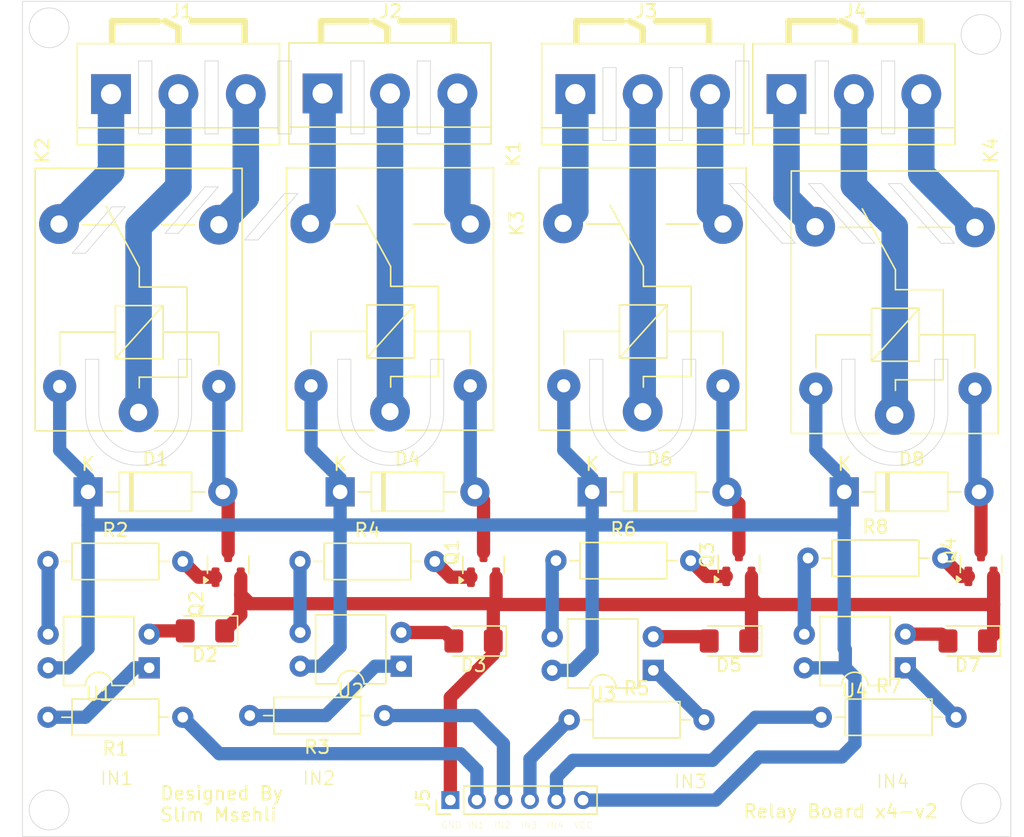
<source format=kicad_pcb>
(kicad_pcb (version 20240108) (generator "pcbnew") (generator_version "8.0")
  (layers (0 "F.Cu" signal) (31 "B.Cu" signal) (34 "B.Paste" user) (35 "F.Paste" user) (36 "B.SilkS" user "B.Silkscreen") (37 "F.SilkS" user "F.Silkscreen") (38 "B.Mask" user) (39 "F.Mask" user) (44 "Edge.Cuts" user))
  (net 0 "")
  (net 1 "Net-(D1-A)")
  (net 2 "VCC")
  (net 3 "Net-(D2-A)")
  (net 4 "GND")
  (net 5 "Net-(D3-A)")
  (net 6 "Net-(D4-A)")
  (net 7 "Net-(D5-A)")
  (net 8 "Net-(D6-A)")
  (net 9 "Net-(D7-A)")
  (net 10 "Net-(D8-A)")
  (net 11 "/AC1_CLOSE")
  (net 12 "/AC1_IN")
  (net 13 "/AC1_OPEN")
  (net 14 "/AC2_IN")
  (net 15 "/AC2_CLOSE")
  (net 16 "/AC2_OPEN")
  (net 17 "/AC3_IN")
  (net 18 "/AC3_OPEN")
  (net 19 "/AC3_CLOSE")
  (net 20 "/AC4_OPEN")
  (net 21 "/AC4_IN")
  (net 22 "/AC4_CLOSE")
  (net 23 "/IN1")
  (net 24 "/IN4")
  (net 25 "/IN3")
  (net 26 "/IN2")
  (net 27 "Net-(Q1-B)")
  (net 28 "Net-(Q2-B)")
  (net 29 "Net-(Q3-B)")
  (net 30 "Net-(Q4-B)")
  (net 31 "Net-(R1-Pad2)")
  (net 32 "Net-(R2-Pad1)")
  (net 33 "Net-(R3-Pad2)")
  (net 34 "Net-(R4-Pad1)")
  (net 35 "Net-(R5-Pad2)")
  (net 36 "Net-(R6-Pad1)")
  (net 37 "Net-(R7-Pad2)")
  (net 38 "Net-(R8-Pad1)")
  (footprint "Resistor_THT:R_Axial_DIN0207_L6.3mm_D2.5mm_P10.16mm_Horizontal" (layer "F.Cu") (at 106.375 83.815)
    (property "Reference" "R4" (at 5.08 -2.37 0) (layer "F.SilkS"))
    (property "Value" "510R")
    (pad "1" thru_hole circle (at 0 0) (size 1.6 1.6) (drill 0.8) (layers "*.Cu" "*.Mask") (net 34 "Net-(R4-Pad1)"))
    (pad "2" thru_hole oval (at 10.16 0) (size 1.6 1.6) (drill 0.8) (layers "*.Cu" "*.Mask") (net 27 "Net-(Q1-B)"))
  )
  (footprint "LED_SMD:LED_1206_3216Metric_Pad1.42x1.75mm_HandSolder" (layer "F.Cu") (at 119.455 89.815 180)
    (property "Reference" "D3" (at 0 -1.82 0) (layer "F.SilkS"))
    (property "Value" "LED")
    (pad "1" smd roundrect (at -1.4875 0 180) (size 1.425 1.75) (layers "F.Cu" "F.Paste" "F.Mask") (roundrect_rratio 0.175439) (net 4 "GND"))
    (pad "2" smd roundrect (at 1.4875 0 180) (size 1.425 1.75) (layers "F.Cu" "F.Paste" "F.Mask") (roundrect_rratio 0.175439) (net 5 "Net-(D3-A)"))
  )
  (footprint "LED_SMD:LED_1206_3216Metric_Pad1.42x1.75mm_HandSolder" (layer "F.Cu") (at 156.705 89.815 180)
    (property "Reference" "D7" (at 0 -1.82 0) (layer "F.SilkS"))
    (property "Value" "LED")
    (pad "1" smd roundrect (at -1.4875 0 180) (size 1.425 1.75) (layers "F.Cu" "F.Paste" "F.Mask") (roundrect_rratio 0.175439) (net 4 "GND"))
    (pad "2" smd roundrect (at 1.4875 0 180) (size 1.425 1.75) (layers "F.Cu" "F.Paste" "F.Mask") (roundrect_rratio 0.175439) (net 9 "Net-(D7-A)"))
  )
  (footprint "TerminalBlock:TerminalBlock_bornier-3_P5.08mm" (layer "F.Cu") (at 108.075 48.515)
    (property "Reference" "J2" (at 5.13 -6.2 0) (layer "F.SilkS"))
    (property "Value" "Conn_01x03_Pin")
    (pad "1" thru_hole rect (at 0 0) (size 3 3) (drill 1.52) (layers "*.Cu" "*.Mask") (net 15 "/AC2_CLOSE"))
    (pad "2" thru_hole circle (at 5.08 0) (size 3 3) (drill 1.52) (layers "*.Cu" "*.Mask") (net 14 "/AC2_IN"))
    (pad "3" thru_hole circle (at 10.16 0) (size 3 3) (drill 1.52) (layers "*.Cu" "*.Mask") (net 16 "/AC2_OPEN"))
  )
  (footprint "Package_TO_SOT_SMD:SOT-23" (layer "F.Cu") (at 120.205 84.065 90)
    (property "Reference" "Q1" (at 0.9375 -2.4 90) (layer "F.SilkS"))
    (property "Value" "BC817")
    (pad "1" smd roundrect (at -0.9375 -0.95 90) (size 1.475 0.6) (layers "F.Cu" "F.Paste" "F.Mask") (net 27 "Net-(Q1-B)"))
    (pad "2" smd roundrect (at -0.9375 0.95 90) (size 1.475 0.6) (layers "F.Cu" "F.Paste" "F.Mask") (net 4 "GND"))
    (pad "3" smd roundrect (at 0.9375 0 90) (size 1.475 0.6) (layers "F.Cu" "F.Paste" "F.Mask") (net 6 "Net-(D4-A)"))
  )
  (footprint "Resistor_THT:R_Axial_DIN0207_L6.3mm_D2.5mm_P10.16mm_Horizontal" (layer "F.Cu") (at 125.665 83.755)
    (property "Reference" "R6" (at 5.08 -2.37 0) (layer "F.SilkS"))
    (property "Value" "510R")
    (pad "1" thru_hole circle (at 0 0) (size 1.6 1.6) (drill 0.8) (layers "*.Cu" "*.Mask") (net 36 "Net-(R6-Pad1)"))
    (pad "2" thru_hole oval (at 10.16 0) (size 1.6 1.6) (drill 0.8) (layers "*.Cu" "*.Mask") (net 29 "Net-(Q3-B)"))
  )
  (footprint "Package_DIP:DIP-4_W7.62mm" (layer "F.Cu") (at 152.005 91.84 180)
    (property "Reference" "U4" (at 3.81 -1.725 0) (layer "F.SilkS"))
    (property "Value" "PC817")
    (pad "1" thru_hole rect (at 0 0 180) (size 1.6 1.6) (drill 0.8) (layers "*.Cu" "*.Mask") (net 37 "Net-(R7-Pad2)"))
    (pad "2" thru_hole oval (at 0 2.54 180) (size 1.6 1.6) (drill 0.8) (layers "*.Cu" "*.Mask") (net 9 "Net-(D7-A)"))
    (pad "3" thru_hole oval (at 7.62 2.54 180) (size 1.6 1.6) (drill 0.8) (layers "*.Cu" "*.Mask") (net 38 "Net-(R8-Pad1)"))
    (pad "4" thru_hole oval (at 7.62 0 180) (size 1.6 1.6) (drill 0.8) (layers "*.Cu" "*.Mask") (net 2 "VCC"))
  )
  (footprint "TerminalBlock:TerminalBlock_bornier-3_P5.08mm" (layer "F.Cu") (at 92.125 48.565)
    (property "Reference" "J1" (at 5.33 -6.25 0) (layer "F.SilkS"))
    (property "Value" "Conn_01x03_Pin")
    (pad "1" thru_hole rect (at 0 0) (size 3 3) (drill 1.52) (layers "*.Cu" "*.Mask") (net 11 "/AC1_CLOSE"))
    (pad "2" thru_hole circle (at 5.08 0) (size 3 3) (drill 1.52) (layers "*.Cu" "*.Mask") (net 12 "/AC1_IN"))
    (pad "3" thru_hole circle (at 10.16 0) (size 3 3) (drill 1.52) (layers "*.Cu" "*.Mask") (net 13 "/AC1_OPEN"))
  )
  (footprint "Relay_THT:Relay_SPDT_SANYOU_SRD_Series_Form_C" (layer "F.Cu") (at 132.205 72.515 90)
    (property "Reference" "K3" (at 14.2 -9.5 90) (layer "F.SilkS"))
    (property "Value" "SANYOU_SRD_Form_C")
    (pad "1" thru_hole circle (at 0 0 180) (size 3 3) (drill 1.3) (layers "*.Cu" "*.Mask") (net 17 "/AC3_IN"))
    (pad "2" thru_hole circle (at 1.95 6.05 180) (size 2.5 2.5) (drill 1) (layers "*.Cu" "*.Mask") (net 8 "Net-(D6-A)"))
    (pad "3" thru_hole circle (at 14.15 6.05 180) (size 3 3) (drill 1.3) (layers "*.Cu" "*.Mask") (net 18 "/AC3_OPEN"))
    (pad "4" thru_hole circle (at 14.2 -6 180) (size 3 3) (drill 1.3) (layers "*.Cu" "*.Mask") (net 19 "/AC3_CLOSE"))
    (pad "5" thru_hole circle (at 1.95 -5.95 180) (size 2.5 2.5) (drill 1) (layers "*.Cu" "*.Mask") (net 2 "VCC"))
  )
  (footprint "TerminalBlock:TerminalBlock_bornier-3_P5.08mm" (layer "F.Cu") (at 143.045 48.565)
    (property "Reference" "J4" (at 5.16 -6.25 0) (layer "F.SilkS"))
    (property "Value" "Conn_01x03_Pin")
    (pad "1" thru_hole rect (at 0 0) (size 3 3) (drill 1.52) (layers "*.Cu" "*.Mask") (net 22 "/AC4_CLOSE"))
    (pad "2" thru_hole circle (at 5.08 0) (size 3 3) (drill 1.52) (layers "*.Cu" "*.Mask") (net 21 "/AC4_IN"))
    (pad "3" thru_hole circle (at 10.16 0) (size 3 3) (drill 1.52) (layers "*.Cu" "*.Mask") (net 20 "/AC4_OPEN"))
  )
  (footprint "TerminalBlock:TerminalBlock_bornier-3_P5.08mm" (layer "F.Cu") (at 127.125 48.565)
    (property "Reference" "J3" (at 5.33 -6.25 0) (layer "F.SilkS"))
    (property "Value" "Conn_01x03_Pin")
    (pad "1" thru_hole rect (at 0 0) (size 3 3) (drill 1.52) (layers "*.Cu" "*.Mask") (net 19 "/AC3_CLOSE"))
    (pad "2" thru_hole circle (at 5.08 0) (size 3 3) (drill 1.52) (layers "*.Cu" "*.Mask") (net 17 "/AC3_IN"))
    (pad "3" thru_hole circle (at 10.16 0) (size 3 3) (drill 1.52) (layers "*.Cu" "*.Mask") (net 18 "/AC3_OPEN"))
  )
  (footprint "Package_TO_SOT_SMD:SOT-23" (layer "F.Cu") (at 157.705 84.0025 90)
    (property "Reference" "Q4" (at 1 -2.4 90) (layer "F.SilkS"))
    (property "Value" "BC817")
    (pad "1" smd roundrect (at -0.9375 -0.95 90) (size 1.475 0.6) (layers "F.Cu" "F.Paste" "F.Mask") (net 30 "Net-(Q4-B)"))
    (pad "2" smd roundrect (at -0.9375 0.95 90) (size 1.475 0.6) (layers "F.Cu" "F.Paste" "F.Mask") (net 4 "GND"))
    (pad "3" smd roundrect (at 0.9375 0 90) (size 1.475 0.6) (layers "F.Cu" "F.Paste" "F.Mask") (net 10 "Net-(D8-A)"))
  )
  (footprint "Diode_THT:D_DO-41_SOD81_P10.16mm_Horizontal" (layer "F.Cu") (at 109.395 78.565)
    (property "Reference" "D4" (at 5.08 -2.47 0) (layer "F.SilkS"))
    (property "Value" "1N4007")
    (fp_text user "K" (at 0 -2.1 0) (layer "F.SilkS"))
    (pad "1" thru_hole rect (at 0 0) (size 2.2 2.2) (drill 1.1) (layers "*.Cu" "*.Mask") (net 2 "VCC"))
    (pad "2" thru_hole oval (at 10.16 0) (size 2.2 2.2) (drill 1.1) (layers "*.Cu" "*.Mask") (net 6 "Net-(D4-A)"))
  )
  (footprint "Diode_THT:D_DO-41_SOD81_P10.16mm_Horizontal" (layer "F.Cu") (at 147.395 78.565)
    (property "Reference" "D8" (at 5.08 -2.47 0) (layer "F.SilkS"))
    (property "Value" "1N4007")
    (fp_text user "K" (at 0 -2.1 0) (layer "F.SilkS"))
    (pad "1" thru_hole rect (at 0 0) (size 2.2 2.2) (drill 1.1) (layers "*.Cu" "*.Mask") (net 2 "VCC"))
    (pad "2" thru_hole oval (at 10.16 0) (size 2.2 2.2) (drill 1.1) (layers "*.Cu" "*.Mask") (net 10 "Net-(D8-A)"))
  )
  (footprint "Resistor_THT:R_Axial_DIN0207_L6.3mm_D2.5mm_P10.16mm_Horizontal" (layer "F.Cu") (at 144.665 83.565)
    (property "Reference" "R8" (at 5.08 -2.37 0) (layer "F.SilkS"))
    (property "Value" "510R")
    (pad "1" thru_hole circle (at 0 0) (size 1.6 1.6) (drill 0.8) (layers "*.Cu" "*.Mask") (net 38 "Net-(R8-Pad1)"))
    (pad "2" thru_hole oval (at 10.16 0) (size 1.6 1.6) (drill 0.8) (layers "*.Cu" "*.Mask") (net 30 "Net-(Q4-B)"))
  )
  (footprint "Resistor_THT:R_Axial_DIN0207_L6.3mm_D2.5mm_P10.16mm_Horizontal" (layer "F.Cu") (at 97.535 95.565 180)
    (property "Reference" "R1" (at 5.08 -2.37 0) (layer "F.SilkS"))
    (property "Value" "1K")
    (pad "1" thru_hole circle (at 0 0 180) (size 1.6 1.6) (drill 0.8) (layers "*.Cu" "*.Mask") (net 23 "/IN1"))
    (pad "2" thru_hole oval (at 10.16 0 180) (size 1.6 1.6) (drill 0.8) (layers "*.Cu" "*.Mask") (net 31 "Net-(R1-Pad2)"))
  )
  (footprint "LED_SMD:LED_1206_3216Metric_Pad1.42x1.75mm_HandSolder" (layer "F.Cu") (at 138.705 89.815 180)
    (property "Reference" "D5" (at 0 -1.82 0) (layer "F.SilkS"))
    (property "Value" "LED")
    (pad "1" smd roundrect (at -1.4875 0 180) (size 1.425 1.75) (layers "F.Cu" "F.Paste" "F.Mask") (roundrect_rratio 0.175439) (net 4 "GND"))
    (pad "2" smd roundrect (at 1.4875 0 180) (size 1.425 1.75) (layers "F.Cu" "F.Paste" "F.Mask") (roundrect_rratio 0.175439) (net 7 "Net-(D5-A)"))
  )
  (footprint "Resistor_THT:R_Axial_DIN0207_L6.3mm_D2.5mm_P10.16mm_Horizontal" (layer "F.Cu") (at 87.375 83.815)
    (property "Reference" "R2" (at 5.08 -2.37 0) (layer "F.SilkS"))
    (property "Value" "510R")
    (pad "1" thru_hole circle (at 0 0) (size 1.6 1.6) (drill 0.8) (layers "*.Cu" "*.Mask") (net 32 "Net-(R2-Pad1)"))
    (pad "2" thru_hole oval (at 10.16 0) (size 1.6 1.6) (drill 0.8) (layers "*.Cu" "*.Mask") (net 28 "Net-(Q2-B)"))
  )
  (footprint "Resistor_THT:R_Axial_DIN0207_L6.3mm_D2.5mm_P10.16mm_Horizontal" (layer "F.Cu") (at 126.665 95.755)
    (property "Reference" "R5" (at 5.08 -2.37 0) (layer "F.SilkS"))
    (property "Value" "1K")
    (pad "1" thru_hole circle (at 0 0) (size 1.6 1.6) (drill 0.8) (layers "*.Cu" "*.Mask") (net 25 "/IN3"))
    (pad "2" thru_hole oval (at 10.16 0) (size 1.6 1.6) (drill 0.8) (layers "*.Cu" "*.Mask") (net 35 "Net-(R5-Pad2)"))
  )
  (footprint "Relay_THT:Relay_SPDT_SANYOU_SRD_Series_Form_C" (layer "F.Cu") (at 94.205 72.565 90)
    (property "Reference" "K2" (at 19.75 -7.25 90) (layer "F.SilkS"))
    (property "Value" "SANYOU_SRD_Form_C")
    (pad "1" thru_hole circle (at 0 0 180) (size 3 3) (drill 1.3) (layers "*.Cu" "*.Mask") (net 12 "/AC1_IN"))
    (pad "2" thru_hole circle (at 1.95 6.05 180) (size 2.5 2.5) (drill 1) (layers "*.Cu" "*.Mask") (net 1 "Net-(D1-A)"))
    (pad "3" thru_hole circle (at 14.15 6.05 180) (size 3 3) (drill 1.3) (layers "*.Cu" "*.Mask") (net 13 "/AC1_OPEN"))
    (pad "4" thru_hole circle (at 14.2 -6 180) (size 3 3) (drill 1.3) (layers "*.Cu" "*.Mask") (net 11 "/AC1_CLOSE"))
    (pad "5" thru_hole circle (at 1.95 -5.95 180) (size 2.5 2.5) (drill 1) (layers "*.Cu" "*.Mask") (net 2 "VCC"))
  )
  (footprint "Package_DIP:DIP-4_W7.62mm" (layer "F.Cu") (at 114.005 91.715 180)
    (property "Reference" "U2" (at 3.81 -1.85 0) (layer "F.SilkS"))
    (property "Value" "PC817")
    (pad "1" thru_hole rect (at 0 0 180) (size 1.6 1.6) (drill 0.8) (layers "*.Cu" "*.Mask") (net 33 "Net-(R3-Pad2)"))
    (pad "2" thru_hole oval (at 0 2.54 180) (size 1.6 1.6) (drill 0.8) (layers "*.Cu" "*.Mask") (net 5 "Net-(D3-A)"))
    (pad "3" thru_hole oval (at 7.62 2.54 180) (size 1.6 1.6) (drill 0.8) (layers "*.Cu" "*.Mask") (net 34 "Net-(R4-Pad1)"))
    (pad "4" thru_hole oval (at 7.62 0 180) (size 1.6 1.6) (drill 0.8) (layers "*.Cu" "*.Mask") (net 2 "VCC"))
  )
  (footprint "Diode_THT:D_DO-41_SOD81_P10.16mm_Horizontal" (layer "F.Cu") (at 128.395 78.565)
    (property "Reference" "D6" (at 5.08 -2.47 0) (layer "F.SilkS"))
    (property "Value" "1N4007")
    (fp_text user "K" (at 0 -2.1 0) (layer "F.SilkS"))
    (pad "1" thru_hole rect (at 0 0) (size 2.2 2.2) (drill 1.1) (layers "*.Cu" "*.Mask") (net 2 "VCC"))
    (pad "2" thru_hole oval (at 10.16 0) (size 2.2 2.2) (drill 1.1) (layers "*.Cu" "*.Mask") (net 8 "Net-(D6-A)"))
  )
  (footprint "Relay_THT:Relay_SPDT_SANYOU_SRD_Series_Form_C" (layer "F.Cu") (at 113.155 72.515 90)
    (property "Reference" "K1" (at 19.45 9.3 90) (layer "F.SilkS"))
    (property "Value" "SANYOU_SRD_Form_C")
    (pad "1" thru_hole circle (at 0 0 180) (size 3 3) (drill 1.3) (layers "*.Cu" "*.Mask") (net 14 "/AC2_IN"))
    (pad "2" thru_hole circle (at 1.95 6.05 180) (size 2.5 2.5) (drill 1) (layers "*.Cu" "*.Mask") (net 6 "Net-(D4-A)"))
    (pad "3" thru_hole circle (at 14.15 6.05 180) (size 3 3) (drill 1.3) (layers "*.Cu" "*.Mask") (net 16 "/AC2_OPEN"))
    (pad "4" thru_hole circle (at 14.2 -6 180) (size 3 3) (drill 1.3) (layers "*.Cu" "*.Mask") (net 15 "/AC2_CLOSE"))
    (pad "5" thru_hole circle (at 1.95 -5.95 180) (size 2.5 2.5) (drill 1) (layers "*.Cu" "*.Mask") (net 2 "VCC"))
  )
  (footprint "LED_SMD:LED_1206_3216Metric_Pad1.42x1.75mm_HandSolder" (layer "F.Cu") (at 99.205 89.0525 180)
    (property "Reference" "D2" (at 0 -1.82 0) (layer "F.SilkS"))
    (property "Value" "LED")
    (pad "1" smd roundrect (at -1.4875 0 180) (size 1.425 1.75) (layers "F.Cu" "F.Paste" "F.Mask") (roundrect_rratio 0.175439) (net 4 "GND"))
    (pad "2" smd roundrect (at 1.4875 0 180) (size 1.425 1.75) (layers "F.Cu" "F.Paste" "F.Mask") (roundrect_rratio 0.175439) (net 3 "Net-(D2-A)"))
  )
  (footprint "Resistor_THT:R_Axial_DIN0207_L6.3mm_D2.5mm_P10.16mm_Horizontal" (layer "F.Cu") (at 145.665 95.565)
    (property "Reference" "R7" (at 5.08 -2.37 0) (layer "F.SilkS"))
    (property "Value" "1K")
    (pad "1" thru_hole circle (at 0 0) (size 1.6 1.6) (drill 0.8) (layers "*.Cu" "*.Mask") (net 24 "/IN4"))
    (pad "2" thru_hole oval (at 10.16 0) (size 1.6 1.6) (drill 0.8) (layers "*.Cu" "*.Mask") (net 37 "Net-(R7-Pad2)"))
  )
  (footprint "Diode_THT:D_DO-41_SOD81_P10.16mm_Horizontal" (layer "F.Cu") (at 90.395 78.565)
    (property "Reference" "D1" (at 5.08 -2.47 0) (layer "F.SilkS"))
    (property "Value" "1N4007")
    (fp_text user "K" (at 0 -2.1 0) (layer "F.SilkS"))
    (pad "1" thru_hole rect (at 0 0) (size 2.2 2.2) (drill 1.1) (layers "*.Cu" "*.Mask") (net 2 "VCC"))
    (pad "2" thru_hole oval (at 10.16 0) (size 2.2 2.2) (drill 1.1) (layers "*.Cu" "*.Mask") (net 1 "Net-(D1-A)"))
  )
  (footprint "Package_TO_SOT_SMD:SOT-23" (layer "F.Cu") (at 100.955 84.065 90)
    (property "Reference" "Q2" (at -2.9375 -2.4 90) (layer "F.SilkS"))
    (property "Value" "BC817")
    (pad "1" smd roundrect (at -0.9375 -0.95 90) (size 1.475 0.6) (layers "F.Cu" "F.Paste" "F.Mask") (net 28 "Net-(Q2-B)"))
    (pad "2" smd roundrect (at -0.9375 0.95 90) (size 1.475 0.6) (layers "F.Cu" "F.Paste" "F.Mask") (net 4 "GND"))
    (pad "3" smd roundrect (at 0.9375 0 90) (size 1.475 0.6) (layers "F.Cu" "F.Paste" "F.Mask") (net 1 "Net-(D1-A)"))
  )
  (footprint "Resistor_THT:R_Axial_DIN0207_L6.3mm_D2.5mm_P10.16mm_Horizontal" (layer "F.Cu") (at 112.745 95.44 180)
    (property "Reference" "R3" (at 5.08 -2.37 0) (layer "F.SilkS"))
    (property "Value" "1K")
    (pad "1" thru_hole circle (at 0 0 180) (size 1.6 1.6) (drill 0.8) (layers "*.Cu" "*.Mask") (net 26 "/IN2"))
    (pad "2" thru_hole oval (at 10.16 0 180) (size 1.6 1.6) (drill 0.8) (layers "*.Cu" "*.Mask") (net 33 "Net-(R3-Pad2)"))
  )
  (footprint "Package_DIP:DIP-4_W7.62mm" (layer "F.Cu") (at 95.005 91.84 180)
    (property "Reference" "U1" (at 3.8 -1.975 0) (layer "F.SilkS"))
    (property "Value" "PC817")
    (pad "1" thru_hole rect (at 0 0 180) (size 1.6 1.6) (drill 0.8) (layers "*.Cu" "*.Mask") (net 31 "Net-(R1-Pad2)"))
    (pad "2" thru_hole oval (at 0 2.54 180) (size 1.6 1.6) (drill 0.8) (layers "*.Cu" "*.Mask") (net 3 "Net-(D2-A)"))
    (pad "3" thru_hole oval (at 7.62 2.54 180) (size 1.6 1.6) (drill 0.8) (layers "*.Cu" "*.Mask") (net 32 "Net-(R2-Pad1)"))
    (pad "4" thru_hole oval (at 7.62 0 180) (size 1.6 1.6) (drill 0.8) (layers "*.Cu" "*.Mask") (net 2 "VCC"))
  )
  (footprint "Relay_THT:Relay_SPDT_SANYOU_SRD_Series_Form_C" (layer "F.Cu") (at 151.205 72.765 90)
    (property "Reference" "K4" (at 19.95 7.25 90) (layer "F.SilkS"))
    (property "Value" "SANYOU_SRD_Form_C")
    (pad "1" thru_hole circle (at 0 0 180) (size 3 3) (drill 1.3) (layers "*.Cu" "*.Mask") (net 21 "/AC4_IN"))
    (pad "2" thru_hole circle (at 1.95 6.05 180) (size 2.5 2.5) (drill 1) (layers "*.Cu" "*.Mask") (net 10 "Net-(D8-A)"))
    (pad "3" thru_hole circle (at 14.15 6.05 180) (size 3 3) (drill 1.3) (layers "*.Cu" "*.Mask") (net 20 "/AC4_OPEN"))
    (pad "4" thru_hole circle (at 14.2 -6 180) (size 3 3) (drill 1.3) (layers "*.Cu" "*.Mask") (net 22 "/AC4_CLOSE"))
    (pad "5" thru_hole circle (at 1.95 -5.95 180) (size 2.5 2.5) (drill 1) (layers "*.Cu" "*.Mask") (net 2 "VCC"))
  )
  (footprint "Package_DIP:DIP-4_W7.62mm" (layer "F.Cu") (at 133.005 92.03 180)
    (property "Reference" "U3" (at 3.8 -1.785 0) (layer "F.SilkS"))
    (property "Value" "PC817")
    (pad "1" thru_hole rect (at 0 0 180) (size 1.6 1.6) (drill 0.8) (layers "*.Cu" "*.Mask") (net 35 "Net-(R5-Pad2)"))
    (pad "2" thru_hole oval (at 0 2.54 180) (size 1.6 1.6) (drill 0.8) (layers "*.Cu" "*.Mask") (net 7 "Net-(D5-A)"))
    (pad "3" thru_hole oval (at 7.62 2.54 180) (size 1.6 1.6) (drill 0.8) (layers "*.Cu" "*.Mask") (net 36 "Net-(R6-Pad1)"))
    (pad "4" thru_hole oval (at 7.62 0 180) (size 1.6 1.6) (drill 0.8) (layers "*.Cu" "*.Mask") (net 2 "VCC"))
  )
  (footprint "Connector_PinHeader_2.00mm:PinHeader_1x06_P2.00mm_Vertical" (layer "F.Cu") (at 117.705 101.815 90)
    (property "Reference" "J5" (at 0 -2.06 90) (layer "F.SilkS"))
    (property "Value" "Conn_01x06_Pin")
    (pad "1" thru_hole rect (at 0 0 90) (size 1.35 1.35) (drill 0.8) (layers "*.Cu" "*.Mask") (net 4 "GND"))
    (pad "2" thru_hole oval (at 0 2 90) (size 1.35 1.35) (drill 0.8) (layers "*.Cu" "*.Mask") (net 23 "/IN1"))
    (pad "3" thru_hole oval (at 0 4 90) (size 1.35 1.35) (drill 0.8) (layers "*.Cu" "*.Mask") (net 26 "/IN2"))
    (pad "4" thru_hole oval (at 0 6 90) (size 1.35 1.35) (drill 0.8) (layers "*.Cu" "*.Mask") (net 25 "/IN3"))
    (pad "5" thru_hole oval (at 0 8 90) (size 1.35 1.35) (drill 0.8) (layers "*.Cu" "*.Mask") (net 24 "/IN4"))
    (pad "6" thru_hole oval (at 0 10 90) (size 1.35 1.35) (drill 0.8) (layers "*.Cu" "*.Mask") (net 2 "VCC"))
  )
  (footprint "Package_TO_SOT_SMD:SOT-23" (layer "F.Cu") (at 139.455 84.0025 90)
    (property "Reference" "Q3" (at 0.69 -2.4 90) (layer "F.SilkS"))
    (property "Value" "BC817")
    (pad "1" smd roundrect (at -0.9375 -0.95 90) (size 1.475 0.6) (layers "F.Cu" "F.Paste" "F.Mask") (net 29 "Net-(Q3-B)"))
    (pad "2" smd roundrect (at -0.9375 0.95 90) (size 1.475 0.6) (layers "F.Cu" "F.Paste" "F.Mask") (net 4 "GND"))
    (pad "3" smd roundrect (at 0.9375 0 90) (size 1.475 0.6) (layers "F.Cu" "F.Paste" "F.Mask") (net 8 "Net-(D6-A)"))
  )
  (gr_line (start 102.205 44.565) (end 102.205 43.065) (stroke (width 0.5)) (layer "F.SilkS"))
  (gr_line (start 143.205 43.065) (end 146.705 43.065) (stroke (width 0.5)) (layer "F.SilkS"))
  (gr_line (start 102.205 43.065) (end 98.205 43.065) (stroke (width 0.5)) (layer "F.SilkS"))
  (gr_line (start 92.205 44.565) (end 92.205 43.065) (stroke (width 0.5)) (layer "F.SilkS"))
  (gr_line (start 132.205 43.565) (end 131.205 43.065) (stroke (width 0.5)) (layer "F.SilkS"))
  (gr_line (start 112.955 44.565) (end 112.955 43.565) (stroke (width 0.5)) (layer "F.SilkS"))
  (gr_line (start 97.205 43.565) (end 96.205 43.065) (stroke (width 0.5)) (layer "F.SilkS"))
  (gr_line (start 132.205 44.565) (end 132.205 43.565) (stroke (width 0.5)) (layer "F.SilkS"))
  (gr_line (start 117.955 44.565) (end 117.955 43.065) (stroke (width 0.5)) (layer "F.SilkS"))
  (gr_line (start 137.205 43.065) (end 133.205 43.065) (stroke (width 0.5)) (layer "F.SilkS"))
  (gr_line (start 127.205 44.565) (end 127.205 43.065) (stroke (width 0.5)) (layer "F.SilkS"))
  (gr_line (start 107.955 44.565) (end 107.955 43.065) (stroke (width 0.5)) (layer "F.SilkS"))
  (gr_line (start 143.205 44.565) (end 143.205 43.065) (stroke (width 0.5)) (layer "F.SilkS"))
  (gr_line (start 127.205 43.065) (end 130.705 43.065) (stroke (width 0.5)) (layer "F.SilkS"))
  (gr_line (start 148.205 43.565) (end 147.205 43.065) (stroke (width 0.5)) (layer "F.SilkS"))
  (gr_line (start 92.205 43.065) (end 95.705 43.065) (stroke (width 0.5)) (layer "F.SilkS"))
  (gr_line (start 137.205 44.565) (end 137.205 43.065) (stroke (width 0.5)) (layer "F.SilkS"))
  (gr_line (start 117.955 43.065) (end 113.955 43.065) (stroke (width 0.5)) (layer "F.SilkS"))
  (gr_line (start 153.205 44.565) (end 153.205 43.065) (stroke (width 0.5)) (layer "F.SilkS"))
  (gr_line (start 148.205 44.565) (end 148.205 43.565) (stroke (width 0.5)) (layer "F.SilkS"))
  (gr_line (start 107.955 43.065) (end 111.455 43.065) (stroke (width 0.5)) (layer "F.SilkS"))
  (gr_line (start 112.955 43.565) (end 111.955 43.065) (stroke (width 0.5)) (layer "F.SilkS"))
  (gr_line (start 97.205 44.565) (end 97.205 43.565) (stroke (width 0.5)) (layer "F.SilkS"))
  (gr_line (start 153.205 43.065) (end 149.205 43.065) (stroke (width 0.5)) (layer "F.SilkS"))
  (gr_line (start 110.205 46.065) (end 111.205 46.065) (stroke (width 0.05)) (layer "Edge.Cuts"))
  (gr_circle (center 87.455 102.565) (end 87.455 101.065) (stroke (width 0.05)) (fill none) (layer "Edge.Cuts"))
  (gr_line (start 89.205 60.565) (end 92.205 57.065) (stroke (width 0.05)) (layer "Edge.Cuts"))
  (gr_line (start 147.205 72.565) (end 147.205 68.565) (stroke (width 0.05)) (layer "Edge.Cuts"))
  (gr_line (start 148.705 59.815) (end 144.705 55.315) (stroke (width 0.05)) (layer "Edge.Cuts"))
  (gr_arc (start 98.205 72.565) (mid 94.205 76.565) (end 90.205 72.565) (stroke (width 0.05)) (layer "Edge.Cuts"))
  (gr_line (start 138.705 55.315) (end 139.705 55.315) (stroke (width 0.05)) (layer "Edge.Cuts"))
  (gr_line (start 104.705 51.565) (end 105.705 51.565) (stroke (width 0.05)) (layer "Edge.Cuts"))
  (gr_line (start 146.205 51.565) (end 145.205 51.565) (stroke (width 0.05)) (layer "Edge.Cuts"))
  (gr_line (start 134.205 46.565) (end 135.205 46.565) (stroke (width 0.05)) (layer "Edge.Cuts"))
  (gr_line (start 139.705 55.315) (end 143.705 59.815) (stroke (width 0.05)) (layer "Edge.Cuts"))
  (gr_line (start 149.705 59.815) (end 148.705 59.815) (stroke (width 0.05)) (layer "Edge.Cuts"))
  (gr_line (start 110.205 51.565) (end 111.205 51.565) (stroke (width 0.05)) (layer "Edge.Cuts"))
  (gr_line (start 134.205 52.065) (end 134.205 46.565) (stroke (width 0.05)) (layer "Edge.Cuts"))
  (gr_line (start 130.205 46.565) (end 130.205 52.065) (stroke (width 0.05)) (layer "Edge.Cuts"))
  (gr_circle (center 157.705 44.065) (end 157.705 42.565) (stroke (width 0.05)) (fill none) (layer "Edge.Cuts"))
  (gr_line (start 151.205 51.565) (end 150.205 51.565) (stroke (width 0.05)) (layer "Edge.Cuts"))
  (gr_line (start 129.205 68.565) (end 129.205 72.565) (stroke (width 0.05)) (layer "Edge.Cuts"))
  (gr_line (start 90.205 72.565) (end 90.205 68.565) (stroke (width 0.05)) (layer "Edge.Cuts"))
  (gr_line (start 117.205 68.565) (end 117.205 72.565) (stroke (width 0.05)) (layer "Edge.Cuts"))
  (gr_rect (start 85.455 41.565) (end 159.955 104.565) (stroke (width 0.05)) (fill none) (layer "Edge.Cuts"))
  (gr_line (start 139.205 46.065) (end 140.205 46.065) (stroke (width 0.05)) (layer "Edge.Cuts"))
  (gr_line (start 116.205 46.065) (end 116.205 51.565) (stroke (width 0.05)) (layer "Edge.Cuts"))
  (gr_line (start 116.205 72.565) (end 116.205 68.565) (stroke (width 0.05)) (layer "Edge.Cuts"))
  (gr_arc (start 136.205 72.565) (mid 132.205 76.565) (end 128.205 72.565) (stroke (width 0.05)) (layer "Edge.Cuts"))
  (gr_line (start 105.705 46.065) (end 105.705 51.565) (stroke (width 0.05)) (layer "Edge.Cuts"))
  (gr_line (start 154.205 72.565) (end 154.205 68.565) (stroke (width 0.05)) (layer "Edge.Cuts"))
  (gr_line (start 102.205 59.565) (end 105.205 56.065) (stroke (width 0.05)) (layer "Edge.Cuts"))
  (gr_line (start 145.705 55.315) (end 149.705 59.815) (stroke (width 0.05)) (layer "Edge.Cuts"))
  (gr_line (start 128.205 72.565) (end 128.205 68.565) (stroke (width 0.05)) (layer "Edge.Cuts"))
  (gr_line (start 111.205 46.065) (end 111.205 51.565) (stroke (width 0.05)) (layer "Edge.Cuts"))
  (gr_line (start 116.205 68.565) (end 117.205 68.565) (stroke (width 0.05)) (layer "Edge.Cuts"))
  (gr_line (start 105.205 56.065) (end 106.205 56.065) (stroke (width 0.05)) (layer "Edge.Cuts"))
  (gr_line (start 106.205 56.065) (end 103.205 59.565) (stroke (width 0.05)) (layer "Edge.Cuts"))
  (gr_line (start 109.205 72.565) (end 109.205 68.565) (stroke (width 0.05)) (layer "Edge.Cuts"))
  (gr_line (start 135.205 68.565) (end 136.205 68.565) (stroke (width 0.05)) (layer "Edge.Cuts"))
  (gr_circle (center 87.455 43.565) (end 87.455 42.065) (stroke (width 0.05)) (fill none) (layer "Edge.Cuts"))
  (gr_arc (start 116.205 72.565) (mid 113.205 75.565) (end 110.205 72.565) (stroke (width 0.05)) (layer "Edge.Cuts"))
  (gr_line (start 99.205 55.565) (end 100.205 55.565) (stroke (width 0.05)) (layer "Edge.Cuts"))
  (gr_line (start 150.705 55.315) (end 151.705 55.315) (stroke (width 0.05)) (layer "Edge.Cuts"))
  (gr_line (start 96.205 59.065) (end 97.205 59.065) (stroke (width 0.05)) (layer "Edge.Cuts"))
  (gr_line (start 129.205 52.065) (end 129.205 46.565) (stroke (width 0.05)) (layer "Edge.Cuts"))
  (gr_line (start 89.205 60.565) (end 90.205 60.565) (stroke (width 0.05)) (layer "Edge.Cuts"))
  (gr_line (start 115.205 46.065) (end 116.205 46.065) (stroke (width 0.05)) (layer "Edge.Cuts"))
  (gr_line (start 150.205 46.065) (end 151.205 46.065) (stroke (width 0.05)) (layer "Edge.Cuts"))
  (gr_line (start 134.205 52.065) (end 135.205 52.065) (stroke (width 0.05)) (layer "Edge.Cuts"))
  (gr_line (start 148.205 68.565) (end 148.205 72.565) (stroke (width 0.05)) (layer "Edge.Cuts"))
  (gr_line (start 104.705 46.065) (end 105.705 46.065) (stroke (width 0.05)) (layer "Edge.Cuts"))
  (gr_line (start 144.705 55.315) (end 145.705 55.315) (stroke (width 0.05)) (layer "Edge.Cuts"))
  (gr_line (start 97.205 72.565) (end 97.205 68.565) (stroke (width 0.05)) (layer "Edge.Cuts"))
  (gr_line (start 99.205 51.565) (end 99.205 46.065) (stroke (width 0.05)) (layer "Edge.Cuts"))
  (gr_line (start 145.205 46.065) (end 146.205 46.065) (stroke (width 0.05)) (layer "Edge.Cuts"))
  (gr_line (start 140.205 46.065) (end 140.205 51.565) (stroke (width 0.05)) (layer "Edge.Cuts"))
  (gr_line (start 115.205 51.565) (end 115.205 46.065) (stroke (width 0.05)) (layer "Edge.Cuts"))
  (gr_line (start 99.205 51.565) (end 100.205 51.565) (stroke (width 0.05)) (layer "Edge.Cuts"))
  (gr_line (start 154.705 59.815) (end 150.705 55.315) (stroke (width 0.05)) (layer "Edge.Cuts"))
  (gr_line (start 155.205 68.565) (end 155.205 72.565) (stroke (width 0.05)) (layer "Edge.Cuts"))
  (gr_line (start 100.205 46.065) (end 100.205 51.565) (stroke (width 0.05)) (layer "Edge.Cuts"))
  (gr_line (start 110.205 68.565) (end 110.205 72.565) (stroke (width 0.05)) (layer "Edge.Cuts"))
  (gr_line (start 139.205 51.565) (end 139.205 46.065) (stroke (width 0.05)) (layer "Edge.Cuts"))
  (gr_line (start 99.205 46.065) (end 100.205 46.065) (stroke (width 0.05)) (layer "Edge.Cuts"))
  (gr_line (start 91.205 68.565) (end 91.205 72.565) (stroke (width 0.05)) (layer "Edge.Cuts"))
  (gr_line (start 94.205 51.565) (end 95.205 51.565) (stroke (width 0.05)) (layer "Edge.Cuts"))
  (gr_line (start 115.205 51.565) (end 116.205 51.565) (stroke (width 0.05)) (layer "Edge.Cuts"))
  (gr_line (start 154.205 68.565) (end 155.205 68.565) (stroke (width 0.05)) (layer "Edge.Cuts"))
  (gr_circle (center 157.705 102.065) (end 157.705 100.565) (stroke (width 0.05)) (fill none) (layer "Edge.Cuts"))
  (gr_line (start 109.205 68.565) (end 110.205 68.565) (stroke (width 0.05)) (layer "Edge.Cuts"))
  (gr_line (start 142.705 59.815) (end 138.705 55.315) (stroke (width 0.05)) (layer "Edge.Cuts"))
  (gr_line (start 102.205 59.565) (end 103.205 59.565) (stroke (width 0.05)) (layer "Edge.Cuts"))
  (gr_arc (start 135.205 72.565) (mid 132.205 75.565) (end 129.205 72.565) (stroke (width 0.05)) (layer "Edge.Cuts"))
  (gr_line (start 96.205 59.065) (end 99.205 55.565) (stroke (width 0.05)) (layer "Edge.Cuts"))
  (gr_line (start 139.205 51.565) (end 140.205 51.565) (stroke (width 0.05)) (layer "Edge.Cuts"))
  (gr_line (start 94.205 46.065) (end 95.205 46.065) (stroke (width 0.05)) (layer "Edge.Cuts"))
  (gr_line (start 145.205 51.565) (end 145.205 46.065) (stroke (width 0.05)) (layer "Edge.Cuts"))
  (gr_arc (start 154.205 72.565) (mid 151.205 75.565) (end 148.205 72.565) (stroke (width 0.05)) (layer "Edge.Cuts"))
  (gr_arc (start 155.205 72.565) (mid 151.205 76.565) (end 147.205 72.565) (stroke (width 0.05)) (layer "Edge.Cuts"))
  (gr_line (start 95.205 46.065) (end 95.205 51.565) (stroke (width 0.05)) (layer "Edge.Cuts"))
  (gr_line (start 136.205 68.565) (end 136.205 72.565) (stroke (width 0.05)) (layer "Edge.Cuts"))
  (gr_line (start 143.705 59.815) (end 142.705 59.815) (stroke (width 0.05)) (layer "Edge.Cuts"))
  (gr_line (start 151.205 46.065) (end 151.205 51.565) (stroke (width 0.05)) (layer "Edge.Cuts"))
  (gr_line (start 146.205 46.065) (end 146.205 51.565) (stroke (width 0.05)) (layer "Edge.Cuts"))
  (gr_line (start 100.205 55.565) (end 97.205 59.065) (stroke (width 0.05)) (layer "Edge.Cuts"))
  (gr_line (start 104.705 51.565) (end 104.705 46.065) (stroke (width 0.05)) (layer "Edge.Cuts"))
  (gr_line (start 135.205 46.565) (end 135.205 52.065) (stroke (width 0.05)) (layer "Edge.Cuts"))
  (gr_line (start 90.205 68.565) (end 91.205 68.565) (stroke (width 0.05)) (layer "Edge.Cuts"))
  (gr_line (start 97.205 68.565) (end 98.205 68.565) (stroke (width 0.05)) (layer "Edge.Cuts"))
  (gr_line (start 92.205 57.065) (end 93.205 57.065) (stroke (width 0.05)) (layer "Edge.Cuts"))
  (gr_line (start 150.205 51.565) (end 150.205 46.065) (stroke (width 0.05)) (layer "Edge.Cuts"))
  (gr_line (start 151.705 55.315) (end 155.705 59.815) (stroke (width 0.05)) (layer "Edge.Cuts"))
  (gr_line (start 110.205 51.565) (end 110.205 46.065) (stroke (width 0.05)) (layer "Edge.Cuts"))
  (gr_arc (start 117.205 72.565) (mid 113.205 76.565) (end 109.205 72.565) (stroke (width 0.05)) (layer "Edge.Cuts"))
  (gr_line (start 155.705 59.815) (end 154.705 59.815) (stroke (width 0.05)) (layer "Edge.Cuts"))
  (gr_line (start 129.205 46.565) (end 130.205 46.565) (stroke (width 0.05)) (layer "Edge.Cuts"))
  (gr_line (start 135.205 72.565) (end 135.205 68.565) (stroke (width 0.05)) (layer "Edge.Cuts"))
  (gr_line (start 98.205 68.565) (end 98.205 72.565) (stroke (width 0.05)) (layer "Edge.Cuts"))
  (gr_line (start 129.205 52.065) (end 130.205 52.065) (stroke (width 0.05)) (layer "Edge.Cuts"))
  (gr_arc (start 97.205 72.565) (mid 94.205 75.565) (end 91.205 72.565) (stroke (width 0.05)) (layer "Edge.Cuts"))
  (gr_line (start 147.205 68.565) (end 148.205 68.565) (stroke (width 0.05)) (layer "Edge.Cuts"))
  (gr_line (start 93.205 57.065) (end 90.205 60.565) (stroke (width 0.05)) (layer "Edge.Cuts"))
  (gr_line (start 94.205 51.565) (end 94.205 46.065) (stroke (width 0.05)) (layer "Edge.Cuts"))
  (gr_line (start 128.205 68.565) (end 129.205 68.565) (stroke (width 0.05)) (layer "Edge.Cuts"))
  (gr_text "VCC" (at 127 104 0) (layer "F.SilkS") (effects (font (size 0.5 0.5) (thickness 0.025) (bold yes)) (justify left bottom)))
  (gr_text "IN4" (at 125 104 0) (layer "F.SilkS") (effects (font (size 0.5 0.5) (thickness 0.025) (bold yes)) (justify left bottom)))
  (gr_text "Relay Board x4-v2" (at 139.705 103.25 0) (layer "F.SilkS") (effects (font (size 1 1)) (justify left bottom)))
  (gr_text "IN3" (at 123 104 0) (layer "F.SilkS") (effects (font (size 0.5 0.5) (thickness 0.025) (bold yes)) (justify left bottom)))
  (gr_text "IN1" (at 91.25 100.75 0) (layer "F.SilkS") (effects (font (size 1 1) (thickness 0.1)) (justify left bottom)))
  (gr_text "IN1" (at 119 104 0) (layer "F.SilkS") (effects (font (size 0.5 0.5) (thickness 0.025) (bold yes)) (justify left bottom)))
  (gr_text "GND" (at 117 104 0) (layer "F.SilkS") (effects (font (size 0.5 0.5) (thickness 0.025) (bold yes)) (justify left bottom)))
  (gr_text "Designed By \nSlim Msehli" (at 95.75 103.5 0) (layer "F.SilkS") (effects (font (size 1 1)) (justify left bottom)))
  (gr_text "IN3" (at 134.5 101 0) (layer "F.SilkS") (effects (font (size 1 1) (thickness 0.1)) (justify left bottom)))
  (gr_text "IN2" (at 106.5 100.75 0) (layer "F.SilkS") (effects (font (size 1 1) (thickness 0.1)) (justify left bottom)))
  (gr_text "IN4" (at 149.75 101 0) (layer "F.SilkS") (effects (font (size 1 1) (thickness 0.1)) (justify left bottom)))
  (gr_text "IN2" (at 121 104 0) (layer "F.SilkS") (effects (font (size 0.5 0.5) (thickness 0.025) (bold yes)) (justify left bottom)))
  (segment (start 100.955 78.965) (end 100.555 78.565) (width 1) (layer "F.Cu") (net 1))
  (segment (start 100.955 83.1275) (end 100.955 78.965) (width 1) (layer "F.Cu") (net 1))
  (segment (start 100.255 70.615) (end 100.255 78.265) (width 1) (layer "B.Cu") (net 1))
  (segment (start 100.255 78.265) (end 100.555 78.565) (width 1) (layer "B.Cu") (net 1))
  (segment (start 109.395 81.065) (end 109.395 77.565) (width 1) (layer "B.Cu") (net 2))
  (segment (start 87.385 91.84) (end 88.93 91.84) (width 1) (layer "B.Cu") (net 2))
  (segment (start 125.385 92.03) (end 126.93 92.03) (width 1) (layer "B.Cu") (net 2))
  (segment (start 109.395 77.565) (end 107.205 75.375) (width 1) (layer "B.Cu") (net 2))
  (segment (start 128.395 80.065) (end 128.395 78.755) (width 1) (layer "B.Cu") (net 2))
  (segment (start 90.395 81.065) (end 109.395 81.065) (width 1) (layer "B.Cu") (net 2))
  (segment (start 126.255 70.565) (end 126.255 75.425) (width 1) (layer "B.Cu") (net 2))
  (segment (start 144.385 91.84) (end 147.48 91.84) (width 1) (layer "B.Cu") (net 2))
  (segment (start 147.395 90.375) (end 147.48 90.46) (width 1) (layer "B.Cu") (net 2))
  (segment (start 109.395 81.065) (end 147.395 81.065) (width 1) (layer "B.Cu") (net 2))
  (segment (start 145.255 70.815) (end 145.255 75.425) (width 1) (layer "B.Cu") (net 2))
  (segment (start 109.395 90.25) (end 109.395 81.065) (width 1) (layer "B.Cu") (net 2))
  (segment (start 88.255 75.425) (end 88.255 70.615) (width 1) (layer "B.Cu") (net 2))
  (segment (start 140.955 98.565) (end 147.205 98.565) (width 1) (layer "B.Cu") (net 2))
  (segment (start 147.48 90.46) (end 147.48 91.84) (width 1) (layer "B.Cu") (net 2))
  (segment (start 90.395 77.565) (end 88.255 75.425) (width 1) (layer "B.Cu") (net 2))
  (segment (start 126.93 92.03) (end 128.395 90.565) (width 1) (layer "B.Cu") (net 2))
  (segment (start 137.705 101.815) (end 140.955 98.565) (width 1) (layer "B.Cu") (net 2))
  (segment (start 126.255 75.425) (end 128.395 77.565) (width 1) (layer "B.Cu") (net 2))
  (segment (start 107.93 91.715) (end 109.395 90.25) (width 1) (layer "B.Cu") (net 2))
  (segment (start 127.705 101.815) (end 137.705 101.815) (width 1) (layer "B.Cu") (net 2))
  (segment (start 147.205 98.565) (end 148.205 97.565) (width 1) (layer "B.Cu") (net 2))
  (segment (start 145.255 75.425) (end 147.395 77.565) (width 1) (layer "B.Cu") (net 2))
  (segment (start 107.205 75.375) (end 107.205 70.565) (width 1) (layer "B.Cu") (net 2))
  (segment (start 147.395 81.065) (end 147.395 78.565) (width 1) (layer "B.Cu") (net 2))
  (segment (start 128.395 90.565) (end 128.395 80.065) (width 1) (layer "B.Cu") (net 2))
  (segment (start 147.395 78.565) (end 147.395 90.375) (width 1) (layer "B.Cu") (net 2))
  (segment (start 88.93 91.84) (end 90.395 90.375) (width 1) (layer "B.Cu") (net 2))
  (segment (start 90.395 90.375) (end 90.395 81.065) (width 1) (layer "B.Cu") (net 2))
  (segment (start 106.385 91.715) (end 107.93 91.715) (width 1) (layer "B.Cu") (net 2))
  (segment (start 148.205 92.565) (end 147.48 91.84) (width 1) (layer "B.Cu") (net 2))
  (segment (start 148.205 97.565) (end 148.205 92.565) (width 1) (layer "B.Cu") (net 2))
  (segment (start 90.395 81.065) (end 90.395 77.565) (width 1) (layer "B.Cu") (net 2))
  (segment (start 95.2525 89.0525) (end 95.005 89.3) (width 1) (layer "F.Cu") (net 3))
  (segment (start 97.7175 89.0525) (end 95.2525 89.0525) (width 1) (layer "F.Cu") (net 3))
  (segment (start 101.905 86.315) (end 101.905 85.0025) (width 1) (layer "F.Cu") (net 4))
  (segment (start 100.6925 89.0525) (end 101.905 87.84) (width 1) (layer "F.Cu") (net 4))
  (segment (start 140.405 87.065) (end 121.0925 87.065) (width 1) (layer "F.Cu") (net 4))
  (segment (start 120.9425 89.815) (end 120.9425 87.215) (width 1) (layer "F.Cu") (net 4))
  (segment (start 140.405 87.065) (end 140.405 89.6025) (width 1) (layer "F.Cu") (net 4))
  (segment (start 158.655 87.065) (end 158.655 89.3525) (width 1) (layer "F.Cu") (net 4))
  (segment (start 121.0925 87.065) (end 120.9425 87.215) (width 1) (layer "F.Cu") (net 4))
  (segment (start 102.5925 87.0025) (end 121.155 87.0025) (width 1) (layer "F.Cu") (net 4))
  (segment (start 158.655 84.94) (end 158.655 87.065) (width 1) (layer "F.Cu") (net 4))
  (segment (start 140.405 86.565) (end 140.905 87.065) (width 1) (layer "F.Cu") (net 4))
  (segment (start 101.905 87.84) (end 101.905 86.315) (width 1) (layer "F.Cu") (net 4))
  (segment (start 117.705 94.065) (end 120.9425 90.8275) (width 1) (layer "F.Cu") (net 4))
  (segment (start 117.705 94.065) (end 117.705 101.815) (width 1) (layer "F.Cu") (net 4))
  (segment (start 140.905 87.065) (end 158.655 87.065) (width 1) (layer "F.Cu") (net 4))
  (segment (start 101.905 86.315) (end 102.5925 87.0025) (width 1) (layer "F.Cu") (net 4))
  (segment (start 158.655 89.3525) (end 158.1925 89.815) (width 1) (layer "F.Cu") (net 4))
  (segment (start 120.9425 87.215) (end 121.155 87.0025) (width 1) (layer "F.Cu") (net 4))
  (segment (start 140.405 84.94) (end 140.405 86.565) (width 1) (layer "F.Cu") (net 4))
  (segment (start 121.155 85.0025) (end 121.155 87.0025) (width 1) (layer "F.Cu") (net 4))
  (segment (start 140.405 89.6025) (end 140.1925 89.815) (width 1) (layer "F.Cu") (net 4))
  (segment (start 140.405 86.565) (end 140.405 87.065) (width 1) (layer "F.Cu") (net 4))
  (segment (start 120.9425 90.8275) (end 120.9425 89.815) (width 1) (layer "F.Cu") (net 4))
  (segment (start 117.3275 89.175) (end 117.9675 89.815) (width 1) (layer "F.Cu") (net 5))
  (segment (start 114.005 89.175) (end 117.3275 89.175) (width 1) (layer "F.Cu") (net 5))
  (segment (start 114.2275 88.9525) (end 114.005 89.175) (width 1) (layer "F.Cu") (net 5))
  (segment (start 120.205 79.215) (end 119.555 78.565) (width 1) (layer "F.Cu") (net 6))
  (segment (start 120.205 83.1275) (end 120.205 79.215) (width 1) (layer "F.Cu") (net 6))
  (segment (start 119.205 78.215) (end 119.555 78.565) (width 1) (layer "B.Cu") (net 6))
  (segment (start 119.205 70.565) (end 119.205 78.215) (width 1) (layer "B.Cu") (net 6))
  (segment (start 133.2275 89.2675) (end 133.005 89.49) (width 1) (layer "F.Cu") (net 7))
  (segment (start 136.8925 89.49) (end 137.2175 89.815) (width 1) (layer "F.Cu") (net 7))
  (segment (start 133.005 89.49) (end 136.8925 89.49) (width 1) (layer "F.Cu") (net 7))
  (segment (start 139.455 83.065) (end 139.455 79.465) (width 1) (layer "F.Cu") (net 8))
  (segment (start 139.455 79.465) (end 138.555 78.565) (width 1) (layer "F.Cu") (net 8))
  (segment (start 138.255 78.265) (end 138.555 78.565) (width 1) (layer "B.Cu") (net 8))
  (segment (start 138.255 70.565) (end 138.255 78.265) (width 1) (layer "B.Cu") (net 8))
  (segment (start 152.2275 89.0775) (end 152.005 89.3) (width 1) (layer "F.Cu") (net 9))
  (segment (start 152.005 89.3) (end 154.7025 89.3) (width 1) (layer "F.Cu") (net 9))
  (segment (start 154.7025 89.3) (end 155.2175 89.815) (width 1) (layer "F.Cu") (net 9))
  (segment (start 157.705 78.715) (end 157.555 78.565) (width 1) (layer "F.Cu") (net 10))
  (segment (start 157.705 83.065) (end 157.705 78.715) (width 1) (layer "F.Cu") (net 10))
  (segment (start 157.255 70.815) (end 157.255 78.265) (width 1) (layer "B.Cu") (net 10))
  (segment (start 157.255 78.265) (end 157.555 78.565) (width 1) (layer "B.Cu") (net 10))
  (segment (start 92.125 48.565) (end 92.125 54.445) (width 2) (layer "B.Cu") (net 11))
  (segment (start 92.125 54.445) (end 88.205 58.365) (width 2) (layer "B.Cu") (net 11))
  (segment (start 97.205 55.565) (end 94.205 58.565) (width 2) (layer "B.Cu") (net 12))
  (segment (start 97.205 48.565) (end 97.205 55.565) (width 2) (layer "B.Cu") (net 12))
  (segment (start 94.205 58.565) (end 94.205 72.565) (width 2) (layer "B.Cu") (net 12))
  (segment (start 102.285 56.385) (end 100.255 58.415) (width 2) (layer "B.Cu") (net 13))
  (segment (start 102.285 48.565) (end 102.285 56.385) (width 2) (layer "B.Cu") (net 13))
  (segment (start 113.155 72.515) (end 113.155 48.515) (width 2) (layer "B.Cu") (net 14))
  (segment (start 108.075 48.515) (end 108.075 57.395) (width 2) (layer "B.Cu") (net 15))
  (segment (start 108.075 57.395) (end 107.155 58.315) (width 2) (layer "B.Cu") (net 15))
  (segment (start 118.235 48.515) (end 118.235 57.395) (width 2) (layer "B.Cu") (net 16))
  (segment (start 118.235 57.395) (end 119.205 58.365) (width 2) (layer "B.Cu") (net 16))
  (segment (start 132.205 72.515) (end 132.205 48.565) (width 2) (layer "B.Cu") (net 17))
  (segment (start 137.285 57.395) (end 138.255 58.365) (width 2) (layer "B.Cu") (net 18))
  (segment (start 137.285 48.565) (end 137.285 57.395) (width 2) (layer "B.Cu") (net 18))
  (segment (start 127.125 57.395) (end 126.205 58.315) (width 2) (layer "B.Cu") (net 19))
  (segment (start 127.125 48.565) (end 127.125 57.395) (width 2) (layer "B.Cu") (net 19))
  (segment (start 153.205 54.565) (end 157.255 58.615) (width 2) (layer "B.Cu") (net 20))
  (segment (start 153.205 48.565) (end 153.205 54.565) (width 2) (layer "B.Cu") (net 20))
  (segment (start 148.125 55.485) (end 151.205 58.565) (width 2) (layer "B.Cu") (net 21))
  (segment (start 151.205 58.565) (end 151.205 72.765) (width 2) (layer "B.Cu") (net 21))
  (segment (start 148.125 48.565) (end 148.125 55.485) (width 2) (layer "B.Cu") (net 21))
  (segment (start 143.045 48.565) (end 143.045 56.405) (width 2) (layer "B.Cu") (net 22))
  (segment (start 143.045 56.405) (end 145.205 58.565) (width 2) (layer "B.Cu") (net 22))
  (segment (start 119.705 99.565) (end 118.455 98.315) (width 1) (layer "B.Cu") (net 23))
  (segment (start 100.285 98.315) (end 97.535 95.565) (width 1) (layer "B.Cu") (net 23))
  (segment (start 118.455 98.315) (end 100.285 98.315) (width 1) (layer "B.Cu") (net 23))
  (segment (start 119.705 101.815) (end 119.705 99.565) (width 1) (layer "B.Cu") (net 23))
  (segment (start 145.665 95.565) (end 140.705 95.565) (width 1) (layer "B.Cu") (net 24))
  (segment (start 137.455 98.815) (end 126.955 98.815) (width 1) (layer "B.Cu") (net 24))
  (segment (start 125.705 100.065) (end 125.705 101.815) (width 1) (layer "B.Cu") (net 24))
  (segment (start 126.955 98.815) (end 125.705 100.065) (width 1) (layer "B.Cu") (net 24))
  (segment (start 140.705 95.565) (end 137.455 98.815) (width 1) (layer "B.Cu") (net 24))
  (segment (start 123.705 101.815) (end 123.705 98.715) (width 1) (layer "B.Cu") (net 25))
  (segment (start 123.705 98.715) (end 126.665 95.755) (width 1) (layer "B.Cu") (net 25))
  (segment (start 121.705 101.815) (end 121.705 97.565) (width 1) (layer "B.Cu") (net 26))
  (segment (start 121.705 97.565) (end 119.58 95.44) (width 1) (layer "B.Cu") (net 26))
  (segment (start 119.58 95.44) (end 112.745 95.44) (width 1) (layer "B.Cu") (net 26))
  (segment (start 119.255 85.0025) (end 117.7225 85.0025) (width 1) (layer "F.Cu") (net 27))
  (segment (start 117.7225 85.0025) (end 116.535 83.815) (width 1) (layer "F.Cu") (net 27))
  (segment (start 100.005 85.0025) (end 98.7225 85.0025) (width 1) (layer "F.Cu") (net 28))
  (segment (start 98.7225 85.0025) (end 97.535 83.815) (width 1) (layer "F.Cu") (net 28))
  (segment (start 138.505 84.94) (end 137.01 84.94) (width 1) (layer "F.Cu") (net 29))
  (segment (start 137.01 84.94) (end 135.825 83.755) (width 1) (layer "F.Cu") (net 29))
  (segment (start 156.755 84.94) (end 156.2 84.94) (width 1) (layer "F.Cu") (net 30))
  (segment (start 156.2 84.94) (end 154.825 83.565) (width 1) (layer "F.Cu") (net 30))
  (segment (start 93.91 91.84) (end 90.185 95.565) (width 1) (layer "B.Cu") (net 31))
  (segment (start 90.185 95.565) (end 87.375 95.565) (width 1) (layer "B.Cu") (net 31))
  (segment (start 95.005 91.84) (end 93.91 91.84) (width 1) (layer "B.Cu") (net 31))
  (segment (start 87.385 83.825) (end 87.375 83.815) (width 1) (layer "B.Cu") (net 32))
  (segment (start 87.385 89.3) (end 87.385 83.825) (width 1) (layer "B.Cu") (net 32))
  (segment (start 108.31 95.44) (end 102.585 95.44) (width 1) (layer "B.Cu") (net 33))
  (segment (start 114.005 91.715) (end 112.035 91.715) (width 1) (layer "B.Cu") (net 33))
  (segment (start 112.035 91.715) (end 108.31 95.44) (width 1) (layer "B.Cu") (net 33))
  (segment (start 106.375 83.815) (end 106.375 89.165) (width 1) (layer "B.Cu") (net 34))
  (segment (start 106.375 89.165) (end 106.385 89.175) (width 1) (layer "B.Cu") (net 34))
  (segment (start 133.005 92.03) (end 133.1 92.03) (width 1) (layer "B.Cu") (net 35))
  (segment (start 133.1 92.03) (end 136.825 95.755) (width 1) (layer "B.Cu") (net 35))
  (segment (start 125.385 89.49) (end 125.385 84.035) (width 1) (layer "B.Cu") (net 36))
  (segment (start 125.385 84.035) (end 125.665 83.755) (width 1) (layer "B.Cu") (net 36))
  (segment (start 152.1 91.84) (end 155.825 95.565) (width 1) (layer "B.Cu") (net 37))
  (segment (start 152.005 91.84) (end 152.1 91.84) (width 1) (layer "B.Cu") (net 37))
  (segment (start 144.385 89.3) (end 144.385 83.845) (width 1) (layer "B.Cu") (net 38))
  (segment (start 144.385 83.845) (end 144.665 83.565) (width 1) (layer "B.Cu") (net 38))
)
</source>
